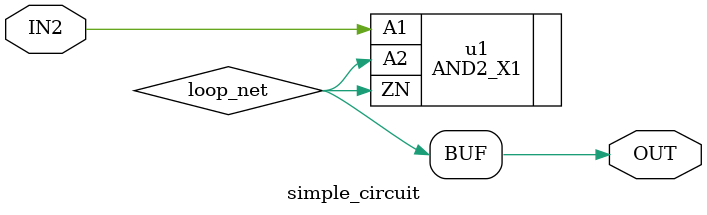
<source format=v>
module simple_circuit (
    input wire IN2,
    output wire OUT
);

    wire loop_net;

    AND2_X1 u1 (.A1(IN2), .A2(loop_net), .ZN(loop_net)); // Combinational loop
    assign OUT = loop_net;

endmodule


</source>
